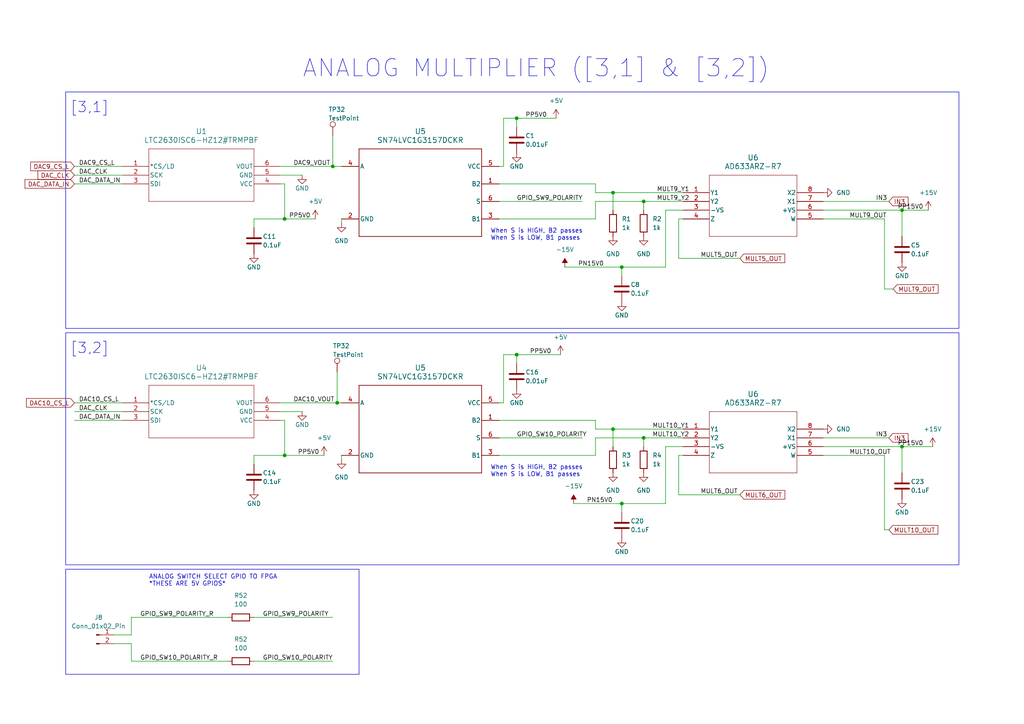
<source format=kicad_sch>
(kicad_sch (version 20230121) (generator eeschema)
  (paper "A4")
  (lib_symbols
    (symbol "AD633ARZ-R7:AD633ARZ-R7" (pin_names (offset 0.254))
      (property "Reference" "U" (at 20.32 10.16 0))
      (property "Value" "AD633ARZ-R7" (at 20.32 7.62 0))
      (symbol "AD633ARZ-R7_0_1"
        (polyline (pts (xy 7.62 -12.7) (xy 33.02 -12.7)) (stroke (width 0.127)))
        (polyline (pts (xy 7.62 5.08) (xy 7.62 -12.7)) (stroke (width 0.127)))
        (polyline (pts (xy 33.02 -12.7) (xy 33.02 5.08)) (stroke (width 0.127)))
        (polyline (pts (xy 33.02 5.08) (xy 7.62 5.08)) (stroke (width 0.127)))
        (pin unspecified line (at 0 0 0) (length 7.62) (name "Y1") (number "1"))
        (pin unspecified line (at 0 -2.54 0) (length 7.62) (name "Y2") (number "2"))
        (pin power_in line (at 0 -5.08 0) (length 7.62) (name "-VS") (number "3"))
        (pin unspecified line (at 0 -7.62 0) (length 7.62) (name "Z") (number "4"))
        (pin unspecified line (at 40.64 -7.62 180) (length 7.62) (name "W") (number "5"))
        (pin power_in line (at 40.64 -5.08 180) (length 7.62) (name "+VS") (number "6"))
        (pin unspecified line (at 40.64 -2.54 180) (length 7.62) (name "X1") (number "7"))
        (pin unspecified line (at 40.64 0 180) (length 7.62) (name "X2") (number "8"))
      )
    )
    (symbol "Connector:Conn_01x02_Pin" (pin_names (offset 1.016) hide)
      (property "Reference" "J" (at 0 2.54 0))
      (property "Value" "Conn_01x02_Pin" (at 0 -5.08 0))
      (symbol "Conn_01x02_Pin_1_1"
        (polyline (pts (xy 1.27 -2.54) (xy 0.8636 -2.54)) (stroke (width 0.1524)))
        (polyline (pts (xy 1.27 0) (xy 0.8636 0)) (stroke (width 0.1524)))
        (rectangle (start 0.8636 -2.413) (end 0 -2.667) (stroke (width 0.1524)) (fill (type outline)))
        (rectangle (start 0.8636 0.127) (end 0 -0.127) (stroke (width 0.1524)) (fill (type outline)))
        (pin passive line (at 5.08 0 180) (length 3.81) (name "Pin_1") (number "1"))
        (pin passive line (at 5.08 -2.54 180) (length 3.81) (name "Pin_2") (number "2"))
      )
    )
    (symbol "Connector:TestPoint" (pin_numbers hide) (pin_names (offset 0.762) hide)
      (property "Reference" "TP" (at 0 6.858 0))
      (property "Value" "TestPoint" (at 0 5.08 0))
      (symbol "TestPoint_0_1"
        (circle (center 0 3.302) (radius 0.762))
      )
      (symbol "TestPoint_1_1"
        (pin passive line (at 0 0 90) (length 2.54) (name "1") (number "1"))
      )
    )
    (symbol "Device:C" (pin_numbers hide) (pin_names (offset 0.254))
      (property "Reference" "C" (at 0.635 2.54 0))
      (property "Value" "C" (at 0.635 -2.54 0))
      (symbol "C_0_1"
        (polyline (pts (xy -2.032 -0.762) (xy 2.032 -0.762)) (stroke (width 0.508)))
        (polyline (pts (xy -2.032 0.762) (xy 2.032 0.762)) (stroke (width 0.508)))
      )
      (symbol "C_1_1"
        (pin passive line (at 0 3.81 270) (length 2.794) (name "~") (number "1"))
        (pin passive line (at 0 -3.81 90) (length 2.794) (name "~") (number "2"))
      )
    )
    (symbol "Device:R" (pin_numbers hide) (pin_names (offset 0))
      (property "Reference" "R" (at 2.032 0 90))
      (property "Value" "R" (at 0 0 90))
      (symbol "R_0_1"
        (rectangle (start -1.016 -2.54) (end 1.016 2.54) (stroke (width 0.254)))
      )
      (symbol "R_1_1"
        (pin passive line (at 0 3.81 270) (length 1.27) (name "~") (number "1"))
        (pin passive line (at 0 -3.81 90) (length 1.27) (name "~") (number "2"))
      )
    )
    (symbol "LTC2630ISC6-LZ8#TRMPBF:LTC2630ISC6-LZ8-TRMPBF" (pin_names (offset 0.254))
      (property "Reference" "U" (at 22.86 10.16 0))
      (property "Value" "LTC2630ISC6-LZ8-TRMPBF" (at 22.86 7.62 0))
      (symbol "LTC2630ISC6-LZ8-TRMPBF_0_1"
        (polyline (pts (xy 7.62 -10.16) (xy 38.1 -10.16)) (stroke (width 0.127)))
        (polyline (pts (xy 7.62 5.08) (xy 7.62 -10.16)) (stroke (width 0.127)))
        (polyline (pts (xy 38.1 -10.16) (xy 38.1 5.08)) (stroke (width 0.127)))
        (polyline (pts (xy 38.1 5.08) (xy 7.62 5.08)) (stroke (width 0.127)))
        (pin input line (at 0 0 0) (length 7.62) (name "*CS/LD") (number "1"))
        (pin input line (at 0 -2.54 0) (length 7.62) (name "SCK") (number "2"))
        (pin input line (at 0 -5.08 0) (length 7.62) (name "SDI") (number "3"))
        (pin power_in line (at 45.72 -5.08 180) (length 7.62) (name "VCC") (number "4"))
        (pin power_out line (at 45.72 -2.54 180) (length 7.62) (name "GND") (number "5"))
        (pin output line (at 45.72 0 180) (length 7.62) (name "VOUT") (number "6"))
      )
    )
    (symbol "SN74LVC1G3157DCKR:SN74LVC1G3157DCKR" (pin_names (offset 0.254))
      (property "Reference" "U" (at 0 2.54 0))
      (property "Value" "SN74LVC1G3157DCKR" (at 0 0 0))
      (symbol "SN74LVC1G3157DCKR_0_1"
        (polyline (pts (xy -17.78 -12.7) (xy 17.78 -12.7)) (stroke (width 0.2032)))
        (polyline (pts (xy -17.78 12.7) (xy -17.78 -12.7)) (stroke (width 0.2032)))
        (polyline (pts (xy 17.78 -12.7) (xy 17.78 12.7)) (stroke (width 0.2032)))
        (polyline (pts (xy 17.78 12.7) (xy -17.78 12.7)) (stroke (width 0.2032)))
        (pin input line (at -22.86 2.54 0) (length 5.08) (name "B2") (number "1"))
        (pin power_in line (at 22.86 -7.62 180) (length 5.08) (name "GND") (number "2"))
        (pin input line (at -22.86 -7.62 0) (length 5.08) (name "B1") (number "3"))
        (pin output line (at 22.86 7.62 180) (length 5.08) (name "A") (number "4"))
        (pin power_in line (at -22.86 7.62 0) (length 5.08) (name "VCC") (number "5"))
        (pin input line (at -22.86 -2.54 0) (length 5.08) (name "S") (number "6"))
      )
    )
    (symbol "power:+15V" (power) (pin_names (offset 0))
      (property "Value" "+15V" (at 0 3.556 0))
      (symbol "+15V_0_1"
        (polyline (pts (xy -0.762 1.27) (xy 0 2.54)))
        (polyline (pts (xy 0 0) (xy 0 2.54)))
        (polyline (pts (xy 0 2.54) (xy 0.762 1.27)))
      )
      (symbol "+15V_1_1"
        (pin power_in line (at 0 0 90) (length 0) hide (name "+15V") (number "1"))
      )
    )
    (symbol "power:+5V" (power) (pin_names (offset 0))
      (property "Value" "+5V" (at 0 3.556 0))
      (symbol "+5V_0_1"
        (polyline (pts (xy -0.762 1.27) (xy 0 2.54)))
        (polyline (pts (xy 0 0) (xy 0 2.54)))
        (polyline (pts (xy 0 2.54) (xy 0.762 1.27)))
      )
      (symbol "+5V_1_1"
        (pin power_in line (at 0 0 90) (length 0) hide (name "+5V") (number "1"))
      )
    )
    (symbol "power:-15V" (power) (pin_names (offset 0))
      (property "Value" "-15V" (at 0 3.81 0))
      (symbol "-15V_0_0"
        (pin power_in line (at 0 0 90) (length 0) hide (name "-15V") (number "1"))
      )
      (symbol "-15V_0_1"
        (polyline (pts (xy 0 0) (xy 0 1.27) (xy 0.762 1.27) (xy 0 2.54) (xy -0.762 1.27) (xy 0 1.27)) (fill (type outline)))
      )
    )
    (symbol "power:GND" (power) (pin_names (offset 0))
      (property "Value" "GND" (at 0 -3.81 0))
      (symbol "GND_0_1"
        (polyline (pts (xy 0 0) (xy 0 -1.27) (xy 1.27 -1.27) (xy 0 -2.54) (xy -1.27 -1.27) (xy 0 -1.27)))
      )
      (symbol "GND_1_1"
        (pin power_in line (at 0 0 270) (length 0) hide (name "GND") (number "1"))
      )
    )
  )
  (junction (at 186.69 127))
  (junction (at 96.52 48.26))
  (junction (at 180.34 77.47))
  (junction (at 186.69 58.42))
  (junction (at 149.86 34.29))
  (junction (at 261.62 60.96))
  (junction (at 82.55 132.08))
  (junction (at 177.8 55.88))
  (junction (at 82.55 63.5))
  (junction (at 149.86 102.87))
  (junction (at 177.8 124.46))
  (junction (at 180.34 146.05))
  (junction (at 261.62 129.54))
  (junction (at 97.79 116.84))
  (wire (pts (xy 180.34 77.47) (xy 180.34 80.01)))
  (wire (pts (xy 172.72 58.42) (xy 186.69 58.42)))
  (wire (pts (xy 146.05 102.87) (xy 149.86 102.87)))
  (wire (pts (xy 238.76 58.42) (xy 257.81 58.42)))
  (wire (pts (xy 21.59 48.26) (xy 35.56 48.26)))
  (wire (pts (xy 38.1 186.69) (xy 38.1 191.77)))
  (wire (pts (xy 81.28 116.84) (xy 97.79 116.84)))
  (wire (pts (xy 38.1 184.15) (xy 38.1 179.07)))
  (wire (pts (xy 82.55 121.92) (xy 81.28 121.92)))
  (wire (pts (xy 177.8 124.46) (xy 177.8 129.54)))
  (wire (pts (xy 172.72 121.92) (xy 172.72 124.46)))
  (wire (pts (xy 186.69 127) (xy 198.12 127)))
  (wire (pts (xy 166.37 146.05) (xy 180.34 146.05)))
  (wire (pts (xy 144.78 127) (xy 168.91 127)))
  (wire (pts (xy 97.79 107.95) (xy 97.79 116.84)))
  (wire (pts (xy 198.12 129.54) (xy 193.04 129.54)))
  (wire (pts (xy 196.85 63.5) (xy 198.12 63.5)))
  (wire (pts (xy 82.55 53.34) (xy 82.55 63.5)))
  (wire (pts (xy 149.86 102.87) (xy 149.86 105.41)))
  (wire (pts (xy 196.85 63.5) (xy 196.85 74.93)))
  (wire (pts (xy 193.04 60.96) (xy 193.04 77.47)))
  (wire (pts (xy 261.62 129.54) (xy 270.51 129.54)))
  (wire (pts (xy 256.54 153.67) (xy 256.54 132.08)))
  (wire (pts (xy 97.79 116.84) (xy 99.06 116.84)))
  (wire (pts (xy 261.62 60.96) (xy 269.24 60.96)))
  (wire (pts (xy 172.72 132.08) (xy 172.72 127)))
  (wire (pts (xy 149.86 34.29) (xy 161.29 34.29)))
  (wire (pts (xy 81.28 48.26) (xy 96.52 48.26)))
  (wire (pts (xy 82.55 63.5) (xy 91.44 63.5)))
  (wire (pts (xy 177.8 55.88) (xy 177.8 60.96)))
  (wire (pts (xy 73.66 132.08) (xy 82.55 132.08)))
  (wire (pts (xy 172.72 55.88) (xy 177.8 55.88)))
  (wire (pts (xy 163.83 77.47) (xy 180.34 77.47)))
  (wire (pts (xy 73.66 179.07) (xy 96.52 179.07)))
  (wire (pts (xy 82.55 132.08) (xy 93.98 132.08)))
  (wire (pts (xy 81.28 50.8) (xy 87.63 50.8)))
  (wire (pts (xy 146.05 116.84) (xy 144.78 116.84)))
  (wire (pts (xy 99.06 64.77) (xy 99.06 63.5)))
  (wire (pts (xy 38.1 179.07) (xy 66.04 179.07)))
  (wire (pts (xy 256.54 63.5) (xy 238.76 63.5)))
  (wire (pts (xy 180.34 77.47) (xy 193.04 77.47)))
  (wire (pts (xy 144.78 121.92) (xy 172.72 121.92)))
  (wire (pts (xy 172.72 124.46) (xy 177.8 124.46)))
  (wire (pts (xy 144.78 58.42) (xy 168.91 58.42)))
  (wire (pts (xy 196.85 74.93) (xy 214.63 74.93)))
  (wire (pts (xy 196.85 143.51) (xy 214.63 143.51)))
  (wire (pts (xy 146.05 34.29) (xy 146.05 48.26)))
  (wire (pts (xy 193.04 129.54) (xy 193.04 146.05)))
  (wire (pts (xy 146.05 102.87) (xy 146.05 116.84)))
  (wire (pts (xy 238.76 60.96) (xy 261.62 60.96)))
  (wire (pts (xy 180.34 146.05) (xy 193.04 146.05)))
  (wire (pts (xy 256.54 83.82) (xy 256.54 63.5)))
  (wire (pts (xy 73.66 63.5) (xy 73.66 66.04)))
  (wire (pts (xy 33.02 184.15) (xy 38.1 184.15)))
  (wire (pts (xy 198.12 60.96) (xy 193.04 60.96)))
  (wire (pts (xy 238.76 127) (xy 257.81 127)))
  (wire (pts (xy 256.54 132.08) (xy 238.76 132.08)))
  (wire (pts (xy 21.59 121.92) (xy 35.56 121.92)))
  (wire (pts (xy 146.05 34.29) (xy 149.86 34.29)))
  (wire (pts (xy 144.78 53.34) (xy 172.72 53.34)))
  (wire (pts (xy 144.78 63.5) (xy 172.72 63.5)))
  (wire (pts (xy 256.54 83.82) (xy 259.08 83.82)))
  (wire (pts (xy 172.72 127) (xy 186.69 127)))
  (wire (pts (xy 261.62 129.54) (xy 261.62 137.16)))
  (wire (pts (xy 149.86 102.87) (xy 162.56 102.87)))
  (wire (pts (xy 146.05 48.26) (xy 144.78 48.26)))
  (wire (pts (xy 82.55 53.34) (xy 81.28 53.34)))
  (wire (pts (xy 21.59 116.84) (xy 35.56 116.84)))
  (wire (pts (xy 172.72 53.34) (xy 172.72 55.88)))
  (wire (pts (xy 144.78 132.08) (xy 172.72 132.08)))
  (wire (pts (xy 99.06 133.35) (xy 99.06 132.08)))
  (wire (pts (xy 238.76 129.54) (xy 261.62 129.54)))
  (wire (pts (xy 73.66 132.08) (xy 73.66 134.62)))
  (wire (pts (xy 21.59 50.8) (xy 35.56 50.8)))
  (wire (pts (xy 261.62 60.96) (xy 261.62 68.58)))
  (wire (pts (xy 96.52 48.26) (xy 99.06 48.26)))
  (wire (pts (xy 82.55 121.92) (xy 82.55 132.08)))
  (wire (pts (xy 21.59 53.34) (xy 35.56 53.34)))
  (wire (pts (xy 33.02 186.69) (xy 38.1 186.69)))
  (wire (pts (xy 81.28 119.38) (xy 87.63 119.38)))
  (wire (pts (xy 149.86 34.29) (xy 149.86 36.83)))
  (wire (pts (xy 186.69 127) (xy 186.69 129.54)))
  (wire (pts (xy 96.52 39.37) (xy 96.52 48.26)))
  (wire (pts (xy 21.59 119.38) (xy 35.56 119.38)))
  (wire (pts (xy 177.8 124.46) (xy 198.12 124.46)))
  (wire (pts (xy 73.66 191.77) (xy 96.52 191.77)))
  (wire (pts (xy 256.54 153.67) (xy 257.81 153.67)))
  (wire (pts (xy 73.66 63.5) (xy 82.55 63.5)))
  (wire (pts (xy 186.69 58.42) (xy 186.69 60.96)))
  (wire (pts (xy 186.69 58.42) (xy 198.12 58.42)))
  (wire (pts (xy 196.85 132.08) (xy 196.85 143.51)))
  (wire (pts (xy 180.34 146.05) (xy 180.34 148.59)))
  (wire (pts (xy 172.72 63.5) (xy 172.72 58.42)))
  (wire (pts (xy 38.1 191.77) (xy 66.04 191.77)))
  (wire (pts (xy 196.85 132.08) (xy 198.12 132.08)))
  (wire (pts (xy 177.8 55.88) (xy 198.12 55.88)))
  (rectangle (start 19.05 26.67) (end 278.13 95.25))
  (rectangle (start 19.05 96.52) (end 278.13 163.83))
  (rectangle (start 19.05 165.1) (end 104.14 195.58))
  (text "When S is HIGH, B2 passes\nWhen S is LOW, B1 passes" (at 142.24 138.43 0) (effects (font (size 1.27 1.27)) (justify left bottom)))
  (text "[3,1]" (at 20.32 33.02 0) (effects (font (size 3 3)) (justify left bottom)))
  (text "ANALOG SWITCH SELECT GPIO TO FPGA\n*THESE ARE 5V GPIOS*" (at 43.18 170.18 0) (effects (font (size 1.27 1.27)) (justify left bottom)))
  (text "[3,2]" (at 20.32 102.87 0) (effects (font (size 3 3)) (justify left bottom)))
  (text "When S is HIGH, B2 passes\nWhen S is LOW, B1 passes" (at 142.24 69.85 0) (effects (font (size 1.27 1.27)) (justify left bottom)))
  (text "ANALOG MULTIPLIER ([3,1] & [3,2])" (at 87.63 22.86 0) (effects (font (size 5 5)) (justify left bottom)))
  (label "MULT9_Y2" (at 190.5 58.42 0))
  (label "DAC_DATA_IN" (at 22.86 121.92 0))
  (label "MULT10_OUT" (at 246.38 132.08 0))
  (label "MULT5_OUT" (at 203.2 74.93 0))
  (label "PN15V0" (at 167.64 77.47 0))
  (label "IN3" (at 254 58.42 0))
  (label "GPIO_SW9_POLARITY_R" (at 40.64 179.07 0))
  (label "PP15V0" (at 260.35 129.54 0))
  (label "MULT9_OUT" (at 246.38 63.5 0))
  (label "PP15V0" (at 260.35 60.96 0))
  (label "PP5V0" (at 153.67 102.87 0))
  (label "IN3" (at 254 127 0))
  (label "DAC10_CS_L" (at 22.86 116.84 0))
  (label "DAC_CLK" (at 22.86 50.8 0))
  (label "DAC10_VOUT" (at 85.09 116.84 0))
  (label "DAC_DATA_IN" (at 22.86 53.34 0))
  (label "GPIO_SW10_POLARITY_R" (at 40.64 191.77 0))
  (label "MULT9_Y1" (at 190.5 55.88 0))
  (label "GPIO_SW9_POLARITY" (at 76.2 179.07 0))
  (label "PN15V0" (at 170.18 146.05 0))
  (label "PP5V0" (at 86.36 132.08 0))
  (label "GPIO_SW10_POLARITY" (at 149.86 127 0))
  (label "MULT10_Y1" (at 189.23 124.46 0))
  (label "GPIO_SW9_POLARITY" (at 149.86 58.42 0))
  (label "PP5V0" (at 152.4 34.29 0))
  (label "GPIO_SW10_POLARITY" (at 76.2 191.77 0))
  (label "DAC9_CS_L" (at 22.86 48.26 0))
  (label "DAC9_VOUT" (at 85.09 48.26 0))
  (label "PP5V0" (at 83.82 63.5 0))
  (label "MULT6_OUT" (at 203.2 143.51 0))
  (label "MULT10_Y2" (at 189.23 127 0))
  (label "DAC_CLK" (at 22.86 119.38 0))
  (global_label "DAC9_CS_L" (shape input) (at 21.59 48.26 180) (property "Intersheetrefs" "${INTERSHEET_REFS}" (effects hide)))
  (global_label "MULT6_OUT" (shape input) (at 214.63 143.51 0) (property "Intersheetrefs" "${INTERSHEET_REFS}" (effects hide)))
  (global_label "DAC_DATA_IN" (shape input) (at 21.59 53.34 180) (property "Intersheetrefs" "${INTERSHEET_REFS}" (effects hide)))
  (global_label "DAC10_CS_L" (shape input) (at 21.59 116.84 180) (property "Intersheetrefs" "${INTERSHEET_REFS}" (effects hide)))
  (global_label "MULT9_OUT" (shape input) (at 259.08 83.82 0) (property "Intersheetrefs" "${INTERSHEET_REFS}" (effects hide)))
  (global_label "IN3" (shape input) (at 257.81 58.42 0) (property "Intersheetrefs" "${INTERSHEET_REFS}" (effects hide)))
  (global_label "DAC_CLK" (shape input) (at 21.59 50.8 180) (property "Intersheetrefs" "${INTERSHEET_REFS}" (effects hide)))
  (global_label "MULT10_OUT" (shape input) (at 257.81 153.67 0) (property "Intersheetrefs" "${INTERSHEET_REFS}" (effects hide)))
  (global_label "MULT5_OUT" (shape input) (at 214.6091 74.93 0) (property "Intersheetrefs" "${INTERSHEET_REFS}" (effects hide)))
  (global_label "IN3" (shape input) (at 257.81 127 0) (property "Intersheetrefs" "${INTERSHEET_REFS}" (effects hide)))
  (symbol (lib_id "Device:C") (at 73.66 138.43 0) (unit 1)
    (property "Reference" "C14" (at 76.2 137.16 0) (effects (justify left)))
    (property "Value" "0.1uF" (at 76.2 139.7 0) (effects (justify left)))
    (property "Footprint" "Capacitor_SMD:C_0805_2012Metric" (effects hide))
    (property "Datasheet" "https://www.yageo.com/upload/media/product/app/datasheet/mlcc/upy-gphc_x7r_6_3v-to-250v.pdf" (effects hide))
    (property "Comment" "0.1 µF ±10% 50V Ceramic Capacitor X7R 0805 (2012 Metric)" (effects hide))
    (property "LCSC" "C49678" (effects hide))
    (property "MPN" "CC0805KRX7R9BB104" (effects hide))
    (instances (project "fydp" (path "" (reference "C14") (unit 1)) (path "" (reference "C52") (unit 1)) (path "" (reference "C44") (unit 1))))
  )
  (symbol (lib_id "SN74LVC1G3157DCKR:SN74LVC1G3157DCKR") (at 121.92 55.88 0) (mirror y) (unit 1)
    (property "Reference" "U5" (at 121.92 38.1 0) (effects (font (size 1.524 1.524))))
    (property "Value" "SN74LVC1G3157DCKR" (at 121.92 40.64 0) (effects (font (size 1.524 1.524))))
    (property "Footprint" "Package_TO_SOT_SMD:SOT-23-6_Handsoldering" (effects hide))
    (property "Datasheet" "https://www.ti.com/general/docs/suppproductinfo.tsp?distId=10&gotoUrl=https%3A%2F%2Fwww.ti.com%2Flit%2Fgpn%2Fsn74lvc1g3157" (effects hide))
    (property "Comment" "1 Circuit IC Switch 2:1 15Ohm SC-70-6" (effects hide))
    (property "LCSC" "C38663" (effects hide))
    (property "MPN" "SN74LVC1G3157DCKR" (effects hide))
    (instances (project "fydp" (path "" (reference "U5") (unit 1)) (path "" (reference "U16") (unit 1)) (path "" (reference "U23") (unit 1))))
  )
  (symbol (lib_id "Device:R") (at 69.85 191.77 270) (unit 1)
    (property "Reference" "R52" (at 69.85 185.42 90))
    (property "Value" "100" (at 69.85 187.96 90))
    (property "Footprint" "Resistor_SMD:R_0805_2012Metric" (effects hide))
    (property "Datasheet" "https://www.yageo.com/upload/media/product/products/datasheet/rchip/PYu-RC_Group_51_RoHS_L_12.pdf" (effects hide))
    (property "Comment" "100 Ohms ±1% 0.125W, 1/8W Chip Resistor 0805 (2012 Metric) Moisture Resistant Thick Film" (effects hide))
    (property "LCSC" "C105577" (effects hide))
    (property "MPN" "RC0805FR-07100RL" (effects hide))
    (instances (project "fydp" (path "" (reference "R52") (unit 1)) (path "" (reference "R78") (unit 1)) (path "" (reference "R82") (unit 1)) (path "" (reference "R77") (unit 1))))
  )
  (symbol (lib_id "power:GND") (at 87.63 50.8 0) (unit 1)
    (property "Reference" "#PWR01" (effects hide))
    (property "Value" "GND" (at 87.63 54.61 0))
    (instances (project "fydp" (path "" (reference "#PWR01") (unit 1)) (path "" (reference "#PWR079") (unit 1)) (path "" (reference "#PWR0132") (unit 1))))
  )
  (symbol (lib_id "Connector:TestPoint") (at 96.52 39.37 0) (unit 1)
    (property "Reference" "TP32" (at 95.25 31.75 0) (effects (justify left)))
    (property "Value" "TestPoint" (at 95.25 34.29 0) (effects (justify left)))
    (property "Footprint" "TestPoint:TestPoint_Pad_1.0x1.0mm" (effects hide))
    (instances (project "fydp" (path "" (reference "TP32") (unit 1)) (path "" (reference "TP37") (unit 1)) (path "" (reference "TP17") (unit 1))) (project "untitled" (path "" (reference "TP2") (unit 1))))
  )
  (symbol (lib_id "Connector:TestPoint") (at 97.79 107.95 0) (unit 1)
    (property "Reference" "TP32" (at 96.52 100.33 0) (effects (justify left)))
    (property "Value" "TestPoint" (at 96.52 102.87 0) (effects (justify left)))
    (property "Footprint" "TestPoint:TestPoint_Pad_1.0x1.0mm" (effects hide))
    (instances (project "fydp" (path "" (reference "TP32") (unit 1)) (path "" (reference "TP37") (unit 1)) (path "" (reference "TP18") (unit 1))) (project "untitled" (path "" (reference "TP2") (unit 1))))
  )
  (symbol (lib_id "power:+5V") (at 161.29 34.29 0) (unit 1)
    (property "Reference" "#PWR021" (effects hide))
    (property "Value" "+5V" (at 161.29 29.21 0))
    (instances (project "fydp" (path "" (reference "#PWR021") (unit 1)) (path "" (reference "#PWR052") (unit 1)) (path "" (reference "#PWR0130") (unit 1))))
  )
  (symbol (lib_id "power:+5V") (at 93.98 132.08 0) (unit 1)
    (property "Reference" "#PWR021" (effects hide))
    (property "Value" "+5V" (at 93.98 127 0))
    (instances (project "fydp" (path "" (reference "#PWR021") (unit 1)) (path "" (reference "#PWR054") (unit 1)) (path "" (reference "#PWR0148") (unit 1))))
  )
  (symbol (lib_id "LTC2630ISC6-LZ8#TRMPBF:LTC2630ISC6-LZ8-TRMPBF") (at 35.56 116.84 0) (unit 1)
    (property "Reference" "U4" (at 58.42 106.68 0) (effects (font (size 1.524 1.524))))
    (property "Value" "LTC2630ISC6-HZ12#TRMPBF" (at 58.42 109.22 0) (effects (font (size 1.524 1.524))))
    (property "Footprint" "Package_TO_SOT_SMD:SOT-363_SC-70-6_Handsoldering" (effects hide))
    (property "Datasheet" "https://www.analog.com/media/en/technical-documentation/data-sheets/2630fg.pdf" (effects hide))
    (property "Comment" "12 Bit Digital to Analog Converter 1 SC-70-6" (effects hide))
    (property "MPN" "LTC2630ISC6-HZ12#TRMPBF" (effects hide))
    (instances (project "fydp" (path "" (reference "U4") (unit 1)) (path "" (reference "U14") (unit 1)) (path "" (reference "U25") (unit 1))))
  )
  (symbol (lib_id "Device:C") (at 261.62 72.39 0) (unit 1)
    (property "Reference" "C5" (at 264.16 71.12 0) (effects (justify left)))
    (property "Value" "0.1uF" (at 264.16 73.66 0) (effects (justify left)))
    (property "Footprint" "Capacitor_SMD:C_0805_2012Metric" (effects hide))
    (property "Datasheet" "https://www.yageo.com/upload/media/product/app/datasheet/mlcc/upy-gphc_x7r_6_3v-to-250v.pdf" (effects hide))
    (property "Comment" "0.1 µF ±10% 50V Ceramic Capacitor X7R 0805 (2012 Metric)" (effects hide))
    (property "LCSC" "C49678" (effects hide))
    (property "MPN" "CC0805KRX7R9BB104" (effects hide))
    (instances (project "fydp" (path "" (reference "C5") (unit 1)) (path "" (reference "C69") (unit 1)) (path "" (reference "C41") (unit 1))))
  )
  (symbol (lib_id "Device:R") (at 177.8 64.77 0) (unit 1)
    (property "Reference" "R1" (at 180.34 63.5 0) (effects (justify left)))
    (property "Value" "1k" (at 180.34 66.04 0) (effects (justify left)))
    (property "Footprint" "Resistor_SMD:R_0805_2012Metric" (effects hide))
    (property "Datasheet" "https://www.yageo.com/upload/media/product/products/datasheet/rchip/PYu-RC_Group_51_RoHS_L_12.pdf" (effects hide))
    (property "Comment" "1 kOhms ±1% 0.125W, 1/8W Chip Resistor 0805 (2012 Metric) Moisture Resistant Thick Film" (effects hide))
    (property "LCSC" "C95781" (effects hide))
    (property "MPN" "RC0805FR-071KL" (effects hide))
    (instances (project "fydp" (path "" (reference "R1") (unit 1)) (path "" (reference "R9") (unit 1)) (path "" (reference "R72") (unit 1))))
  )
  (symbol (lib_id "Device:R") (at 177.8 133.35 0) (unit 1)
    (property "Reference" "R3" (at 180.34 132.08 0) (effects (justify left)))
    (property "Value" "1k" (at 180.34 134.62 0) (effects (justify left)))
    (property "Footprint" "Resistor_SMD:R_0805_2012Metric" (effects hide))
    (property "Datasheet" "https://www.yageo.com/upload/media/product/products/datasheet/rchip/PYu-RC_Group_51_RoHS_L_12.pdf" (effects hide))
    (property "Comment" "1 kOhms ±1% 0.125W, 1/8W Chip Resistor 0805 (2012 Metric) Moisture Resistant Thick Film" (effects hide))
    (property "LCSC" "C95781" (effects hide))
    (property "MPN" "RC0805FR-071KL" (effects hide))
    (instances (project "fydp" (path "" (reference "R3") (unit 1)) (path "" (reference "R10") (unit 1)) (path "" (reference "R74") (unit 1))))
  )
  (symbol (lib_id "power:+15V") (at 269.24 60.96 0) (unit 1)
    (property "Reference" "#PWR016" (effects hide))
    (property "Value" "+15V" (at 269.24 55.88 0))
    (instances (project "fydp" (path "" (reference "#PWR016") (unit 1)) (path "" (reference "#PWR061") (unit 1)) (path "" (reference "#PWR0134") (unit 1))))
  )
  (symbol (lib_id "power:+15V") (at 270.51 129.54 0) (unit 1)
    (property "Reference" "#PWR016" (effects hide))
    (property "Value" "+15V" (at 270.51 124.46 0))
    (instances (project "fydp" (path "" (reference "#PWR016") (unit 1)) (path "" (reference "#PWR067") (unit 1)) (path "" (reference "#PWR0147") (unit 1))))
  )
  (symbol (lib_id "power:GND") (at 149.86 44.45 0) (unit 1)
    (property "Reference" "#PWR07" (effects hide))
    (property "Value" "GND" (at 149.86 48.26 0))
    (instances (project "fydp" (path "" (reference "#PWR07") (unit 1)) (path "" (reference "#PWR083") (unit 1)) (path "" (reference "#PWR0131") (unit 1))))
  )
  (symbol (lib_id "power:-15V") (at 163.83 77.47 0) (unit 1)
    (property "Reference" "#PWR018" (effects hide))
    (property "Value" "-15V" (at 163.83 72.39 0))
    (instances (project "fydp" (path "" (reference "#PWR018") (unit 1)) (path "" (reference "#PWR062") (unit 1)) (path "" (reference "#PWR0141") (unit 1))))
  )
  (symbol (lib_id "Device:R") (at 186.69 64.77 0) (unit 1)
    (property "Reference" "R2" (at 189.23 63.5 0) (effects (justify left)))
    (property "Value" "1k" (at 189.23 66.04 0) (effects (justify left)))
    (property "Footprint" "Resistor_SMD:R_0805_2012Metric" (effects hide))
    (property "Datasheet" "https://www.yageo.com/upload/media/product/products/datasheet/rchip/PYu-RC_Group_51_RoHS_L_12.pdf" (effects hide))
    (property "Comment" "1 kOhms ±1% 0.125W, 1/8W Chip Resistor 0805 (2012 Metric) Moisture Resistant Thick Film" (effects hide))
    (property "LCSC" "C95781" (effects hide))
    (property "MPN" "RC0805FR-071KL" (effects hide))
    (instances (project "fydp" (path "" (reference "R2") (unit 1)) (path "" (reference "R11") (unit 1)) (path "" (reference "R73") (unit 1))))
  )
  (symbol (lib_id "power:+5V") (at 91.44 63.5 0) (unit 1)
    (property "Reference" "#PWR021" (effects hide))
    (property "Value" "+5V" (at 91.44 58.42 0))
    (instances (project "fydp" (path "" (reference "#PWR021") (unit 1)) (path "" (reference "#PWR051") (unit 1)) (path "" (reference "#PWR0135") (unit 1))))
  )
  (symbol (lib_id "Device:R") (at 69.85 179.07 270) (unit 1)
    (property "Reference" "R52" (at 69.85 172.72 90))
    (property "Value" "100" (at 69.85 175.26 90))
    (property "Footprint" "Resistor_SMD:R_0805_2012Metric" (effects hide))
    (property "Datasheet" "https://www.yageo.com/upload/media/product/products/datasheet/rchip/PYu-RC_Group_51_RoHS_L_12.pdf" (effects hide))
    (property "Comment" "100 Ohms ±1% 0.125W, 1/8W Chip Resistor 0805 (2012 Metric) Moisture Resistant Thick Film" (effects hide))
    (property "LCSC" "C105577" (effects hide))
    (property "MPN" "RC0805FR-07100RL" (effects hide))
    (instances (project "fydp" (path "" (reference "R52") (unit 1)) (path "" (reference "R77") (unit 1)) (path "" (reference "R81") (unit 1)) (path "" (reference "R76") (unit 1))))
  )
  (symbol (lib_id "power:GND") (at 180.34 156.21 0) (unit 1)
    (property "Reference" "#PWR029" (effects hide))
    (property "Value" "GND" (at 180.34 160.02 0))
    (instances (project "fydp" (path "" (reference "#PWR029") (unit 1)) (path "" (reference "#PWR094") (unit 1)) (path "" (reference "#PWR0155") (unit 1))))
  )
  (symbol (lib_id "AD633ARZ-R7:AD633ARZ-R7") (at 198.12 55.88 0) (unit 1)
    (property "Reference" "U6" (at 218.44 45.72 0) (effects (font (size 1.524 1.524))))
    (property "Value" "AD633ARZ-R7" (at 218.44 48.26 0) (effects (font (size 1.524 1.524))))
    (property "Footprint" "fydp:R_8_ADI" (effects hide))
    (property "Datasheet" "https://www.analog.com/media/en/technical-documentation/data-sheets/AD633.pdf" (effects hide))
    (property "Comment" "Analog Multiplier 4-Quadrant 8-SOIC" (effects hide))
    (property "LCSC" "C77810" (effects hide))
    (property "MPN" "AD633ARZ-R7" (effects hide))
    (instances (project "fydp" (path "" (reference "U6") (unit 1)) (path "" (reference "U18") (unit 1)) (path "" (reference "U30") (unit 1)) (path "" (reference "U24") (unit 1))))
  )
  (symbol (lib_id "Device:C") (at 73.66 69.85 0) (unit 1)
    (property "Reference" "C11" (at 76.2 68.58 0) (effects (justify left)))
    (property "Value" "0.1uF" (at 76.2 71.12 0) (effects (justify left)))
    (property "Footprint" "Capacitor_SMD:C_0805_2012Metric" (effects hide))
    (property "Datasheet" "https://www.yageo.com/upload/media/product/app/datasheet/mlcc/upy-gphc_x7r_6_3v-to-250v.pdf" (effects hide))
    (property "Comment" "0.1 µF ±10% 50V Ceramic Capacitor X7R 0805 (2012 Metric)" (effects hide))
    (property "LCSC" "C49678" (effects hide))
    (property "MPN" "CC0805KRX7R9BB104" (effects hide))
    (instances (project "fydp" (path "" (reference "C11") (unit 1)) (path "" (reference "C51") (unit 1)) (path "" (reference "C40") (unit 1))))
  )
  (symbol (lib_id "power:GND") (at 261.62 144.78 0) (unit 1)
    (property "Reference" "#PWR035" (effects hide))
    (property "Value" "GND" (at 261.62 148.59 0))
    (instances (project "fydp" (path "" (reference "#PWR035") (unit 1)) (path "" (reference "#PWR0106") (unit 1)) (path "" (reference "#PWR0153") (unit 1))))
  )
  (symbol (lib_id "power:GND") (at 186.69 137.16 0) (unit 1)
    (property "Reference" "#PWR030" (effects hide))
    (property "Value" "GND" (at 186.69 142.24 0))
    (instances (project "fydp" (path "" (reference "#PWR030") (unit 1)) (path "" (reference "#PWR096") (unit 1)) (path "" (reference "#PWR0151") (unit 1))))
  )
  (symbol (lib_id "power:GND") (at 180.34 87.63 0) (unit 1)
    (property "Reference" "#PWR014" (effects hide))
    (property "Value" "GND" (at 180.34 91.44 0))
    (instances (project "fydp" (path "" (reference "#PWR014") (unit 1)) (path "" (reference "#PWR093") (unit 1)) (path "" (reference "#PWR0142") (unit 1))))
  )
  (symbol (lib_id "power:GND") (at 87.63 119.38 0) (unit 1)
    (property "Reference" "#PWR022" (effects hide))
    (property "Value" "GND" (at 87.63 123.19 0))
    (instances (project "fydp" (path "" (reference "#PWR022") (unit 1)) (path "" (reference "#PWR080") (unit 1)) (path "" (reference "#PWR0145") (unit 1))))
  )
  (symbol (lib_id "power:GND") (at 177.8 137.16 0) (unit 1)
    (property "Reference" "#PWR028" (effects hide))
    (property "Value" "GND" (at 177.8 142.24 0))
    (instances (project "fydp" (path "" (reference "#PWR028") (unit 1)) (path "" (reference "#PWR092") (unit 1)) (path "" (reference "#PWR0150") (unit 1))))
  )
  (symbol (lib_id "Device:C") (at 149.86 109.22 0) (unit 1)
    (property "Reference" "C16" (at 152.4 107.95 0) (effects (justify left)))
    (property "Value" "0.01uF" (at 152.4 110.49 0) (effects (justify left)))
    (property "Footprint" "Capacitor_SMD:C_0805_2012Metric" (effects hide))
    (property "Datasheet" "https://www.yageo.com/upload/media/product/app/datasheet/mlcc/upy-gphc_x7r_6_3v-to-250v.pdf" (effects hide))
    (property "Comment" "10000 pF ±10% 50V Ceramic Capacitor X7R 0805 (2012 Metric)" (effects hide))
    (property "LCSC" "C83170" (effects hide))
    (property "MPN" "CC0805KRX7R9BB103" (effects hide))
    (instances (project "fydp" (path "" (reference "C16") (unit 1)) (path "" (reference "C56") (unit 1)) (path "" (reference "C43") (unit 1))))
  )
  (symbol (lib_id "Device:C") (at 180.34 83.82 0) (unit 1)
    (property "Reference" "C8" (at 182.88 82.55 0) (effects (justify left)))
    (property "Value" "0.1uF" (at 182.88 85.09 0) (effects (justify left)))
    (property "Footprint" "Capacitor_SMD:C_0805_2012Metric" (effects hide))
    (property "Datasheet" "https://www.yageo.com/upload/media/product/app/datasheet/mlcc/upy-gphc_x7r_6_3v-to-250v.pdf" (effects hide))
    (property "Comment" "0.1 µF ±10% 50V Ceramic Capacitor X7R 0805 (2012 Metric)" (effects hide))
    (property "LCSC" "C49678" (effects hide))
    (property "MPN" "CC0805KRX7R9BB104" (effects hide))
    (instances (project "fydp" (path "" (reference "C8") (unit 1)) (path "" (reference "C63") (unit 1)) (path "" (reference "C42") (unit 1))))
  )
  (symbol (lib_id "power:GND") (at 99.06 64.77 0) (unit 1)
    (property "Reference" "#PWR02" (effects hide))
    (property "Value" "GND" (at 99.06 69.85 0))
    (instances (project "fydp" (path "" (reference "#PWR02") (unit 1)) (path "" (reference "#PWR081") (unit 1)) (path "" (reference "#PWR0136") (unit 1))))
  )
  (symbol (lib_id "Device:C") (at 180.34 152.4 0) (unit 1)
    (property "Reference" "C20" (at 182.88 151.13 0) (effects (justify left)))
    (property "Value" "0.1uF" (at 182.88 153.67 0) (effects (justify left)))
    (property "Footprint" "Capacitor_SMD:C_0805_2012Metric" (effects hide))
    (property "Datasheet" "https://www.yageo.com/upload/media/product/app/datasheet/mlcc/upy-gphc_x7r_6_3v-to-250v.pdf" (effects hide))
    (property "Comment" "0.1 µF ±10% 50V Ceramic Capacitor X7R 0805 (2012 Metric)" (effects hide))
    (property "LCSC" "C49678" (effects hide))
    (property "MPN" "CC0805KRX7R9BB104" (effects hide))
    (instances (project "fydp" (path "" (reference "C20") (unit 1)) (path "" (reference "C64") (unit 1)) (path "" (reference "C46") (unit 1))))
  )
  (symbol (lib_id "power:+5V") (at 162.56 102.87 0) (unit 1)
    (property "Reference" "#PWR021" (effects hide))
    (property "Value" "+5V" (at 162.56 97.79 0))
    (instances (project "fydp" (path "" (reference "#PWR021") (unit 1)) (path "" (reference "#PWR053") (unit 1)) (path "" (reference "#PWR0143") (unit 1))))
  )
  (symbol (lib_id "AD633ARZ-R7:AD633ARZ-R7") (at 198.12 124.46 0) (unit 1)
    (property "Reference" "U6" (at 218.44 114.3 0) (effects (font (size 1.524 1.524))))
    (property "Value" "AD633ARZ-R7" (at 218.44 116.84 0) (effects (font (size 1.524 1.524))))
    (property "Footprint" "fydp:R_8_ADI" (effects hide))
    (property "Datasheet" "https://www.analog.com/media/en/technical-documentation/data-sheets/AD633.pdf" (effects hide))
    (property "Comment" "Analog Multiplier 4-Quadrant 8-SOIC" (effects hide))
    (property "LCSC" "C77810" (effects hide))
    (property "MPN" "AD633ARZ-R7" (effects hide))
    (instances (project "fydp" (path "" (reference "U6") (unit 1)) (path "" (reference "U18") (unit 1)) (path "" (reference "U30") (unit 1)) (path "" (reference "U27") (unit 1))))
  )
  (symbol (lib_id "Connector:Conn_01x02_Pin") (at 27.94 184.15 0) (unit 1)
    (property "Reference" "J8" (at 28.575 179.07 0))
    (property "Value" "Conn_01x02_Pin" (at 28.575 181.61 0))
    (property "Footprint" "Connector_PinHeader_2.54mm:PinHeader_1x02_P2.54mm_Vertical" (effects hide))
    (property "Datasheet" "https://suddendocs.samtec.com/catalog_english/tsw_th.pdf" (effects hide))
    (property "Comment" "Connector Header Through Hole 2 position 0.100\" (2.54mm)" (effects hide))
    (property "MPN" "TSW-102-07-G-S" (effects hide))
    (instances (project "fydp" (path "" (reference "J8") (unit 1)) (path "" (reference "J10") (unit 1)) (path "" (reference "J18") (unit 1))))
  )
  (symbol (lib_id "power:GND") (at 177.8 68.58 0) (unit 1)
    (property "Reference" "#PWR04" (effects hide))
    (property "Value" "GND" (at 177.8 73.66 0))
    (instances (project "fydp" (path "" (reference "#PWR04") (unit 1)) (path "" (reference "#PWR091") (unit 1)) (path "" (reference "#PWR0137") (unit 1))))
  )
  (symbol (lib_id "power:GND") (at 73.66 142.24 0) (unit 1)
    (property "Reference" "#PWR020" (effects hide))
    (property "Value" "GND" (at 73.66 146.05 0))
    (instances (project "fydp" (path "" (reference "#PWR020") (unit 1)) (path "" (reference "#PWR076") (unit 1)) (path "" (reference "#PWR0152") (unit 1))))
  )
  (symbol (lib_id "Device:R") (at 186.69 133.35 0) (unit 1)
    (property "Reference" "R4" (at 189.23 132.08 0) (effects (justify left)))
    (property "Value" "1k" (at 189.23 134.62 0) (effects (justify left)))
    (property "Footprint" "Resistor_SMD:R_0805_2012Metric" (effects hide))
    (property "Datasheet" "https://www.yageo.com/upload/media/product/products/datasheet/rchip/PYu-RC_Group_51_RoHS_L_12.pdf" (effects hide))
    (property "Comment" "1 kOhms ±1% 0.125W, 1/8W Chip Resistor 0805 (2012 Metric) Moisture Resistant Thick Film" (effects hide))
    (property "LCSC" "C95781" (effects hide))
    (property "MPN" "RC0805FR-071KL" (effects hide))
    (instances (project "fydp" (path "" (reference "R4") (unit 1)) (path "" (reference "R12") (unit 1)) (path "" (reference "R75") (unit 1))))
  )
  (symbol (lib_id "power:GND") (at 261.62 76.2 0) (unit 1)
    (property "Reference" "#PWR011" (effects hide))
    (property "Value" "GND" (at 261.62 80.01 0))
    (instances (project "fydp" (path "" (reference "#PWR011") (unit 1)) (path "" (reference "#PWR0105") (unit 1)) (path "" (reference "#PWR0140") (unit 1))))
  )
  (symbol (lib_id "LTC2630ISC6-LZ8#TRMPBF:LTC2630ISC6-LZ8-TRMPBF") (at 35.56 48.26 0) (unit 1)
    (property "Reference" "U1" (at 58.42 38.1 0) (effects (font (size 1.524 1.524))))
    (property "Value" "LTC2630ISC6-HZ12#TRMPBF" (at 58.42 40.64 0) (effects (font (size 1.524 1.524))))
    (property "Footprint" "Package_TO_SOT_SMD:SOT-363_SC-70-6_Handsoldering" (effects hide))
    (property "Datasheet" "https://www.analog.com/media/en/technical-documentation/data-sheets/2630fg.pdf" (effects hide))
    (property "Comment" "12 Bit Digital to Analog Converter 1 SC-70-6" (effects hide))
    (property "MPN" "LTC2630ISC6-HZ12#TRMPBF" (effects hide))
    (instances (project "fydp" (path "" (reference "U1") (unit 1)) (path "" (reference "U13") (unit 1)) (path "" (reference "U22") (unit 1))))
  )
  (symbol (lib_id "Device:C") (at 261.62 140.97 0) (unit 1)
    (property "Reference" "C23" (at 264.16 139.7 0) (effects (justify left)))
    (property "Value" "0.1uF" (at 264.16 142.24 0) (effects (justify left)))
    (property "Footprint" "Capacitor_SMD:C_0805_2012Metric" (effects hide))
    (property "Datasheet" "https://www.yageo.com/upload/media/product/app/datasheet/mlcc/upy-gphc_x7r_6_3v-to-250v.pdf" (effects hide))
    (property "Comment" "0.1 µF ±10% 50V Ceramic Capacitor X7R 0805 (2012 Metric)" (effects hide))
    (property "LCSC" "C49678" (effects hide))
    (property "MPN" "CC0805KRX7R9BB104" (effects hide))
    (instances (project "fydp" (path "" (reference "C23") (unit 1)) (path "" (reference "C70") (unit 1)) (path "" (reference "C45") (unit 1))))
  )
  (symbol (lib_id "power:GND") (at 99.06 133.35 0) (unit 1)
    (property "Reference" "#PWR023" (effects hide))
    (property "Value" "GND" (at 99.06 138.43 0))
    (instances (project "fydp" (path "" (reference "#PWR023") (unit 1)) (path "" (reference "#PWR082") (unit 1)) (path "" (reference "#PWR0149") (unit 1))))
  )
  (symbol (lib_id "power:GND") (at 186.69 68.58 0) (unit 1)
    (property "Reference" "#PWR05" (effects hide))
    (property "Value" "GND" (at 186.69 73.66 0))
    (instances (project "fydp" (path "" (reference "#PWR05") (unit 1)) (path "" (reference "#PWR095") (unit 1)) (path "" (reference "#PWR0138") (unit 1))))
  )
  (symbol (lib_id "power:GND") (at 73.66 73.66 0) (unit 1)
    (property "Reference" "#PWR017" (effects hide))
    (property "Value" "GND" (at 73.66 77.47 0))
    (instances (project "fydp" (path "" (reference "#PWR017") (unit 1)) (path "" (reference "#PWR075") (unit 1)) (path "" (reference "#PWR0139") (unit 1))))
  )
  (symbol (lib_id "power:GND") (at 149.86 113.03 0) (unit 1)
    (property "Reference" "#PWR024" (effects hide))
    (property "Value" "GND" (at 149.86 116.84 0))
    (instances (project "fydp" (path "" (reference "#PWR024") (unit 1)) (path "" (reference "#PWR084") (unit 1)) (path "" (reference "#PWR0144") (unit 1))))
  )
  (symbol (lib_id "power:GND") (at 238.76 124.46 90) (unit 1)
    (property "Reference" "#PWR033" (effects hide))
    (property "Value" "GND" (at 242.57 124.46 90) (effects (justify right)))
    (instances (project "fydp" (path "" (reference "#PWR033") (unit 1)) (path "" (reference "#PWR0102") (unit 1)) (path "" (reference "#PWR0146") (unit 1))))
  )
  (symbol (lib_id "power:GND") (at 238.76 55.88 90) (unit 1)
    (property "Reference" "#PWR06" (effects hide))
    (property "Value" "GND" (at 242.57 55.88 90) (effects (justify right)))
    (instances (project "fydp" (path "" (reference "#PWR06") (unit 1)) (path "" (reference "#PWR0101") (unit 1)) (path "" (reference "#PWR0133") (unit 1))))
  )
  (symbol (lib_id "power:-15V") (at 166.37 146.05 0) (unit 1)
    (property "Reference" "#PWR018" (effects hide))
    (property "Value" "-15V" (at 166.37 140.97 0))
    (instances (project "fydp" (path "" (reference "#PWR018") (unit 1)) (path "" (reference "#PWR068") (unit 1)) (path "" (reference "#PWR0154") (unit 1))))
  )
  (symbol (lib_id "SN74LVC1G3157DCKR:SN74LVC1G3157DCKR") (at 121.92 124.46 0) (mirror y) (unit 1)
    (property "Reference" "U5" (at 121.92 106.68 0) (effects (font (size 1.524 1.524))))
    (property "Value" "SN74LVC1G3157DCKR" (at 121.92 109.22 0) (effects (font (size 1.524 1.524))))
    (property "Footprint" "Package_TO_SOT_SMD:SOT-23-6_Handsoldering" (effects hide))
    (property "Datasheet" "https://www.ti.com/general/docs/suppproductinfo.tsp?distId=10&gotoUrl=https%3A%2F%2Fwww.ti.com%2Flit%2Fgpn%2Fsn74lvc1g3157" (effects hide))
    (property "Comment" "1 Circuit IC Switch 2:1 15Ohm SC-70-6" (effects hide))
    (property "LCSC" "C38663" (effects hide))
    (property "MPN" "SN74LVC1G3157DCKR" (effects hide))
    (instances (project "fydp" (path "" (reference "U5") (unit 1)) (path "" (reference "U16") (unit 1)) (path "" (reference "U26") (unit 1))))
  )
  (symbol (lib_id "Device:C") (at 149.86 40.64 0) (unit 1)
    (property "Reference" "C1" (at 152.4 39.37 0) (effects (justify left)))
    (property "Value" "0.01uF" (at 152.4 41.91 0) (effects (justify left)))
    (property "Footprint" "Capacitor_SMD:C_0805_2012Metric" (effects hide))
    (property "Datasheet" "https://www.yageo.com/upload/media/product/app/datasheet/mlcc/upy-gphc_x7r_6_3v-to-250v.pdf" (effects hide))
    (property "Comment" "10000 pF ±10% 50V Ceramic Capacitor X7R 0805 (2012 Metric)" (effects hide))
    (property "LCSC" "C83170" (effects hide))
    (property "MPN" "CC0805KRX7R9BB103" (effects hide))
    (instances (project "fydp" (path "" (reference "C1") (unit 1)) (path "" (reference "C55") (unit 1)) (path "" (reference "C39") (unit 1))))
  )
)
</source>
